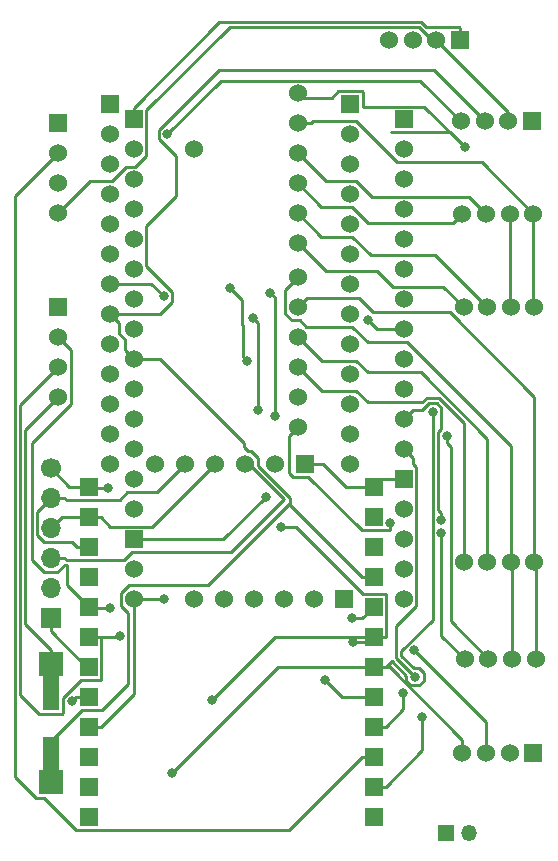
<source format=gtl>
G04 #@! TF.GenerationSoftware,KiCad,Pcbnew,(5.0.0-3-g5ebb6b6)*
G04 #@! TF.CreationDate,2018-08-17T21:51:14+02:00*
G04 #@! TF.ProjectId,beep-pcb-v1.4-in-cover,626565702D7063622D76312E342D696E,rev?*
G04 #@! TF.SameCoordinates,Original*
G04 #@! TF.FileFunction,Copper,L1,Top,Signal*
G04 #@! TF.FilePolarity,Positive*
%FSLAX46Y46*%
G04 Gerber Fmt 4.6, Leading zero omitted, Abs format (unit mm)*
G04 Created by KiCad (PCBNEW (5.0.0-3-g5ebb6b6)) date 2018 August 17, Friday 21:51:14*
%MOMM*%
%LPD*%
G01*
G04 APERTURE LIST*
G04 #@! TA.AperFunction,ComponentPad*
%ADD10R,1.524000X1.524000*%
G04 #@! TD*
G04 #@! TA.AperFunction,ComponentPad*
%ADD11C,1.524000*%
G04 #@! TD*
G04 #@! TA.AperFunction,ComponentPad*
%ADD12R,1.700000X1.700000*%
G04 #@! TD*
G04 #@! TA.AperFunction,ComponentPad*
%ADD13O,1.700000X1.700000*%
G04 #@! TD*
G04 #@! TA.AperFunction,ComponentPad*
%ADD14C,1.700000*%
G04 #@! TD*
G04 #@! TA.AperFunction,SMDPad,CuDef*
%ADD15R,1.524000X1.524000*%
G04 #@! TD*
G04 #@! TA.AperFunction,ComponentPad*
%ADD16R,1.998980X1.998980*%
G04 #@! TD*
G04 #@! TA.AperFunction,SMDPad,CuDef*
%ADD17R,1.399540X2.999740*%
G04 #@! TD*
G04 #@! TA.AperFunction,ComponentPad*
%ADD18O,1.350000X1.350000*%
G04 #@! TD*
G04 #@! TA.AperFunction,ComponentPad*
%ADD19R,1.350000X1.350000*%
G04 #@! TD*
G04 #@! TA.AperFunction,ViaPad*
%ADD20C,0.800000*%
G04 #@! TD*
G04 #@! TA.AperFunction,Conductor*
%ADD21C,0.250000*%
G04 #@! TD*
G04 APERTURE END LIST*
D10*
G04 #@! TO.P,U2,10*
G04 #@! TO.N,GND*
X79965000Y-91780000D03*
D11*
G04 #@! TO.P,U2,9*
G04 #@! TO.N,Net-(JP3-Pad1)*
X79965000Y-94320000D03*
G04 #@! TO.P,U2,8*
G04 #@! TO.N,Net-(JP4-Pad1)*
X79965000Y-96860000D03*
G04 #@! TO.P,U2,7*
G04 #@! TO.N,Net-(J2-Pad3)*
X79965000Y-99400000D03*
G04 #@! TO.P,U2,6*
G04 #@! TO.N,Net-(J4-Pad1)*
X100330000Y-101940000D03*
G04 #@! TO.P,U2,5*
G04 #@! TO.N,Net-(J4-Pad2)*
X100330000Y-99400000D03*
G04 #@! TO.P,U2,4*
G04 #@! TO.N,Net-(J7-Pad1)*
X100330000Y-96860000D03*
G04 #@! TO.P,U2,3*
G04 #@! TO.N,Net-(J7-Pad2)*
X100330000Y-94320000D03*
G04 #@! TO.P,U2,2*
G04 #@! TO.N,Net-(J4-Pad4)*
X100330000Y-91780000D03*
G04 #@! TO.P,U2,1*
G04 #@! TO.N,Net-(J4-Pad3)*
X100330000Y-89240000D03*
G04 #@! TD*
D10*
G04 #@! TO.P,U3,10*
G04 #@! TO.N,GND*
X79965000Y-76200000D03*
D11*
G04 #@! TO.P,U3,9*
G04 #@! TO.N,Net-(U1-Pad11)*
X79965000Y-78740000D03*
G04 #@! TO.P,U3,8*
G04 #@! TO.N,Net-(U1-Pad10)*
X79965000Y-81280000D03*
G04 #@! TO.P,U3,7*
G04 #@! TO.N,Net-(J2-Pad3)*
X79965000Y-83820000D03*
G04 #@! TO.P,U3,6*
G04 #@! TO.N,Net-(J6-Pad1)*
X100330000Y-86360000D03*
G04 #@! TO.P,U3,5*
G04 #@! TO.N,Net-(J6-Pad2)*
X100330000Y-83820000D03*
G04 #@! TO.P,U3,4*
G04 #@! TO.N,Net-(J3-Pad1)*
X100330000Y-81280000D03*
G04 #@! TO.P,U3,3*
G04 #@! TO.N,Net-(J3-Pad2)*
X100330000Y-78740000D03*
G04 #@! TO.P,U3,2*
G04 #@! TO.N,Net-(J3-Pad4)*
X100330000Y-76200000D03*
G04 #@! TO.P,U3,1*
G04 #@! TO.N,Net-(J3-Pad3)*
X100330000Y-73660000D03*
G04 #@! TD*
D10*
G04 #@! TO.P,J2,4*
G04 #@! TO.N,GND*
X120230000Y-129540000D03*
D11*
G04 #@! TO.P,J2,3*
G04 #@! TO.N,Net-(J2-Pad3)*
X118230000Y-129540000D03*
G04 #@! TO.P,J2,2*
G04 #@! TO.N,Net-(J2-Pad2)*
X116230000Y-129540000D03*
G04 #@! TO.P,J2,1*
G04 #@! TO.N,Net-(J2-Pad1)*
X114230000Y-129540000D03*
G04 #@! TD*
G04 #@! TO.P,J3,4*
G04 #@! TO.N,Net-(J3-Pad4)*
X120230000Y-83840000D03*
G04 #@! TO.P,J3,3*
G04 #@! TO.N,Net-(J3-Pad3)*
X118230000Y-83840000D03*
G04 #@! TO.P,J3,2*
G04 #@! TO.N,Net-(J3-Pad2)*
X116230000Y-83840000D03*
G04 #@! TO.P,J3,1*
G04 #@! TO.N,Net-(J3-Pad1)*
X114230000Y-83840000D03*
G04 #@! TD*
G04 #@! TO.P,J4,1*
G04 #@! TO.N,Net-(J4-Pad1)*
X114430000Y-121540000D03*
G04 #@! TO.P,J4,2*
G04 #@! TO.N,Net-(J4-Pad2)*
X116430000Y-121540000D03*
G04 #@! TO.P,J4,3*
G04 #@! TO.N,Net-(J4-Pad3)*
X118430000Y-121540000D03*
G04 #@! TO.P,J4,4*
G04 #@! TO.N,Net-(J4-Pad4)*
X120430000Y-121540000D03*
G04 #@! TD*
D12*
G04 #@! TO.P,J5,6*
G04 #@! TO.N,GND*
X79375000Y-118110000D03*
D13*
G04 #@! TO.P,J5,5*
G04 #@! TO.N,Net-(J5-Pad5)*
X79375000Y-115570000D03*
G04 #@! TO.P,J5,4*
G04 #@! TO.N,Net-(J5-Pad4)*
X79375000Y-113030000D03*
G04 #@! TO.P,J5,3*
G04 #@! TO.N,Net-(J5-Pad3)*
X79375000Y-110490000D03*
G04 #@! TO.P,J5,2*
G04 #@! TO.N,Net-(J5-Pad2)*
X79375000Y-107950000D03*
D14*
G04 #@! TO.P,J5,1*
G04 #@! TO.N,Net-(J5-Pad1)*
X79375000Y-105410000D03*
G04 #@! TD*
D11*
G04 #@! TO.P,J6,4*
G04 #@! TO.N,Net-(J3-Pad4)*
X120330000Y-91740000D03*
G04 #@! TO.P,J6,3*
G04 #@! TO.N,Net-(J3-Pad3)*
X118330000Y-91740000D03*
G04 #@! TO.P,J6,2*
G04 #@! TO.N,Net-(J6-Pad2)*
X116330000Y-91740000D03*
G04 #@! TO.P,J6,1*
G04 #@! TO.N,Net-(J6-Pad1)*
X114330000Y-91740000D03*
G04 #@! TD*
G04 #@! TO.P,J7,4*
G04 #@! TO.N,Net-(J4-Pad4)*
X120330000Y-113340000D03*
G04 #@! TO.P,J7,3*
G04 #@! TO.N,Net-(J4-Pad3)*
X118330000Y-113340000D03*
G04 #@! TO.P,J7,2*
G04 #@! TO.N,Net-(J7-Pad2)*
X116330000Y-113340000D03*
G04 #@! TO.P,J7,1*
G04 #@! TO.N,Net-(J7-Pad1)*
X114330000Y-113340000D03*
G04 #@! TD*
G04 #@! TO.P,J8,1*
G04 #@! TO.N,Net-(J8-Pad1)*
X108030000Y-69140000D03*
G04 #@! TO.P,J8,2*
G04 #@! TO.N,Net-(J8-Pad2)*
X110030000Y-69140000D03*
G04 #@! TO.P,J8,3*
G04 #@! TO.N,Net-(J2-Pad3)*
X112030000Y-69140000D03*
D10*
G04 #@! TO.P,J8,4*
G04 #@! TO.N,GND*
X114030000Y-69140000D03*
G04 #@! TD*
G04 #@! TO.P,J9,4*
G04 #@! TO.N,GND*
X120130000Y-76040000D03*
D11*
G04 #@! TO.P,J9,3*
G04 #@! TO.N,Net-(J2-Pad3)*
X118130000Y-76040000D03*
G04 #@! TO.P,J9,2*
G04 #@! TO.N,Net-(J9-Pad2)*
X116130000Y-76040000D03*
G04 #@! TO.P,J9,1*
G04 #@! TO.N,Net-(J9-Pad1)*
X114130000Y-76040000D03*
G04 #@! TD*
G04 #@! TO.P,U1,1*
G04 #@! TO.N,GND*
X84420000Y-105015000D03*
G04 #@! TO.P,U1,2*
G04 #@! TO.N,Net-(JP7-Pad3)*
X84420000Y-102475000D03*
G04 #@! TO.P,U1,3*
G04 #@! TO.N,Net-(JP7-Pad1)*
X84420000Y-99935000D03*
G04 #@! TO.P,U1,4*
G04 #@! TO.N,Net-(U1-Pad4)*
X84420000Y-97395000D03*
G04 #@! TO.P,U1,5*
G04 #@! TO.N,Net-(U1-Pad5)*
X84420000Y-94855000D03*
G04 #@! TO.P,U1,6*
G04 #@! TO.N,Net-(J9-Pad2)*
X84420000Y-92315000D03*
G04 #@! TO.P,U1,7*
G04 #@! TO.N,+VDC*
X84420000Y-89775000D03*
G04 #@! TO.P,U1,8*
G04 #@! TO.N,Net-(J2-Pad2)*
X84420000Y-87235000D03*
G04 #@! TO.P,U1,9*
G04 #@! TO.N,Net-(J2-Pad1)*
X84420000Y-84695000D03*
G04 #@! TO.P,U1,10*
G04 #@! TO.N,Net-(U1-Pad10)*
X84420000Y-82155000D03*
G04 #@! TO.P,U1,11*
G04 #@! TO.N,Net-(U1-Pad11)*
X84420000Y-79615000D03*
G04 #@! TO.P,U1,12*
G04 #@! TO.N,Net-(J9-Pad1)*
X84420000Y-77075000D03*
D10*
G04 #@! TO.P,U1,13*
G04 #@! TO.N,Net-(JP1-Pad1)*
X84420000Y-74535000D03*
D11*
G04 #@! TO.P,U1,14*
G04 #@! TO.N,Net-(U1-Pad14)*
X104740000Y-105015000D03*
G04 #@! TO.P,U1,15*
G04 #@! TO.N,Net-(U1-Pad15)*
X104740000Y-102475000D03*
G04 #@! TO.P,U1,16*
G04 #@! TO.N,Net-(U1-Pad16)*
X104740000Y-99935000D03*
G04 #@! TO.P,U1,17*
G04 #@! TO.N,Net-(U1-Pad17)*
X104740000Y-97395000D03*
G04 #@! TO.P,U1,18*
G04 #@! TO.N,Net-(U1-Pad18)*
X104740000Y-94855000D03*
G04 #@! TO.P,U1,19*
G04 #@! TO.N,Net-(J8-Pad1)*
X104740000Y-92315000D03*
G04 #@! TO.P,U1,20*
G04 #@! TO.N,Net-(U1-Pad20)*
X104740000Y-89775000D03*
G04 #@! TO.P,U1,21*
G04 #@! TO.N,Net-(U1-Pad21)*
X104740000Y-87235000D03*
G04 #@! TO.P,U1,22*
G04 #@! TO.N,Net-(U1-Pad22)*
X104740000Y-84695000D03*
G04 #@! TO.P,U1,23*
G04 #@! TO.N,Net-(U1-Pad23)*
X104740000Y-82155000D03*
G04 #@! TO.P,U1,24*
G04 #@! TO.N,Net-(U1-Pad24)*
X104740000Y-79615000D03*
G04 #@! TO.P,U1,25*
G04 #@! TO.N,Net-(U1-Pad25)*
X104740000Y-77075000D03*
D10*
G04 #@! TO.P,U1,26*
G04 #@! TO.N,Net-(U1-Pad26)*
X104740000Y-74535000D03*
G04 #@! TO.P,U1,27*
G04 #@! TO.N,GND*
X100930000Y-105015000D03*
D11*
G04 #@! TO.P,U1,28*
G04 #@! TO.N,Net-(U1-Pad28)*
X98390000Y-105015000D03*
G04 #@! TO.P,U1,29*
G04 #@! TO.N,Net-(J5-Pad4)*
X95850000Y-105015000D03*
G04 #@! TO.P,U1,30*
G04 #@! TO.N,Net-(J5-Pad3)*
X93310000Y-105015000D03*
G04 #@! TO.P,U1,31*
G04 #@! TO.N,Net-(J5-Pad2)*
X90770000Y-105015000D03*
G04 #@! TO.P,U1,32*
G04 #@! TO.N,Net-(J5-Pad1)*
X88230000Y-105015000D03*
G04 #@! TD*
D10*
G04 #@! TO.P,U4,1*
G04 #@! TO.N,GND*
X86390000Y-75870000D03*
D11*
G04 #@! TO.P,U4,2*
G04 #@! TO.N,Net-(U4-Pad2)*
X86390000Y-78410000D03*
G04 #@! TO.P,U4,3*
G04 #@! TO.N,Net-(U4-Pad3)*
X86390000Y-80950000D03*
G04 #@! TO.P,U4,4*
G04 #@! TO.N,Net-(U1-Pad11)*
X86390000Y-83490000D03*
G04 #@! TO.P,U4,5*
G04 #@! TO.N,Net-(J8-Pad1)*
X86390000Y-86030000D03*
G04 #@! TO.P,U4,6*
G04 #@! TO.N,Net-(U1-Pad10)*
X86390000Y-88570000D03*
G04 #@! TO.P,U4,7*
G04 #@! TO.N,Net-(U4-Pad7)*
X86390000Y-91110000D03*
G04 #@! TO.P,U4,8*
G04 #@! TO.N,Net-(U4-Pad8)*
X86390000Y-93650000D03*
G04 #@! TO.P,U4,9*
G04 #@! TO.N,Net-(J9-Pad2)*
X86390000Y-96190000D03*
G04 #@! TO.P,U4,10*
G04 #@! TO.N,Net-(U4-Pad10)*
X86390000Y-98730000D03*
G04 #@! TO.P,U4,11*
G04 #@! TO.N,Net-(U4-Pad11)*
X86390000Y-101270000D03*
G04 #@! TO.P,U4,12*
G04 #@! TO.N,Net-(U4-Pad12)*
X86390000Y-103810000D03*
G04 #@! TO.P,U4,13*
G04 #@! TO.N,Net-(U4-Pad13)*
X86390000Y-106350000D03*
G04 #@! TO.P,U4,14*
G04 #@! TO.N,Net-(U4-Pad14)*
X86390000Y-108890000D03*
D10*
G04 #@! TO.P,U4,15*
G04 #@! TO.N,GND*
X86390000Y-111430000D03*
D11*
G04 #@! TO.P,U4,16*
G04 #@! TO.N,Net-(U4-Pad16)*
X86390000Y-113970000D03*
G04 #@! TO.P,U4,17*
G04 #@! TO.N,+VDC*
X86390000Y-116510000D03*
G04 #@! TO.P,U4,22*
G04 #@! TO.N,Net-(J5-Pad1)*
X91470000Y-116510000D03*
G04 #@! TO.P,U4,23*
G04 #@! TO.N,Net-(J5-Pad2)*
X94010000Y-116510000D03*
G04 #@! TO.P,U4,24*
G04 #@! TO.N,Net-(J5-Pad3)*
X96550000Y-116510000D03*
G04 #@! TO.P,U4,25*
G04 #@! TO.N,Net-(J5-Pad4)*
X99090000Y-116510000D03*
G04 #@! TO.P,U4,26*
G04 #@! TO.N,Net-(U4-Pad26)*
X101630000Y-116510000D03*
D10*
G04 #@! TO.P,U4,27*
G04 #@! TO.N,GND*
X104170000Y-116510000D03*
D11*
G04 #@! TO.P,U4,29*
G04 #@! TO.N,+3V3*
X109250000Y-116510000D03*
G04 #@! TO.P,U4,30*
X109250000Y-113970000D03*
G04 #@! TO.P,U4,31*
X109250000Y-111430000D03*
G04 #@! TO.P,U4,32*
X109250000Y-108890000D03*
D10*
G04 #@! TO.P,U4,33*
G04 #@! TO.N,GND*
X109250000Y-106350000D03*
D11*
G04 #@! TO.P,U4,34*
G04 #@! TO.N,Net-(JP1-Pad1)*
X109250000Y-103810000D03*
G04 #@! TO.P,U4,35*
G04 #@! TO.N,Net-(J9-Pad1)*
X109250000Y-101270000D03*
G04 #@! TO.P,U4,36*
G04 #@! TO.N,Net-(U4-Pad36)*
X109250000Y-98730000D03*
G04 #@! TO.P,U4,37*
G04 #@! TO.N,Net-(U4-Pad37)*
X109250000Y-96190000D03*
G04 #@! TO.P,U4,38*
G04 #@! TO.N,Net-(J2-Pad1)*
X109250000Y-93650000D03*
G04 #@! TO.P,U4,39*
G04 #@! TO.N,Net-(J2-Pad2)*
X109250000Y-91110000D03*
G04 #@! TO.P,U4,40*
G04 #@! TO.N,+VDC*
X109250000Y-88570000D03*
G04 #@! TO.P,U4,41*
G04 #@! TO.N,Net-(U4-Pad41)*
X109250000Y-86030000D03*
G04 #@! TO.P,U4,42*
G04 #@! TO.N,Net-(U4-Pad42)*
X109250000Y-83490000D03*
G04 #@! TO.P,U4,43*
G04 #@! TO.N,Net-(U4-Pad43)*
X109250000Y-80950000D03*
G04 #@! TO.P,U4,44*
G04 #@! TO.N,Net-(U4-Pad44)*
X109250000Y-78410000D03*
D10*
G04 #@! TO.P,U4,45*
G04 #@! TO.N,GND*
X109250000Y-75870000D03*
D11*
G04 #@! TO.P,U4,46*
G04 #@! TO.N,Net-(U4-Pad46)*
X91470000Y-78410000D03*
G04 #@! TD*
D15*
G04 #@! TO.P,U5,1*
G04 #@! TO.N,Net-(J5-Pad1)*
X82580000Y-106985000D03*
G04 #@! TO.P,U5,2*
G04 #@! TO.N,Net-(J5-Pad3)*
X82580000Y-109525000D03*
G04 #@! TO.P,U5,3*
G04 #@! TO.N,Net-(J5-Pad2)*
X82580000Y-112065000D03*
G04 #@! TO.P,U5,4*
G04 #@! TO.N,Net-(U5-Pad4)*
X82580000Y-114605000D03*
G04 #@! TO.P,U5,5*
G04 #@! TO.N,Net-(JP3-Pad1)*
X82580000Y-117145000D03*
G04 #@! TO.P,U5,6*
G04 #@! TO.N,Net-(JP4-Pad1)*
X82580000Y-119685000D03*
G04 #@! TO.P,U5,7*
G04 #@! TO.N,GND*
X82580000Y-122225000D03*
G04 #@! TO.P,U5,8*
G04 #@! TO.N,Net-(J8-Pad2)*
X82580000Y-124765000D03*
G04 #@! TO.P,U5,9*
G04 #@! TO.N,+VDC*
X82580000Y-127305000D03*
G04 #@! TO.P,U5,10*
G04 #@! TO.N,Net-(U5-Pad10)*
X82580000Y-129845000D03*
G04 #@! TO.P,U5,11*
G04 #@! TO.N,Net-(U5-Pad11)*
X82580000Y-132385000D03*
G04 #@! TO.P,U5,12*
G04 #@! TO.N,Net-(U5-Pad12)*
X82580000Y-134925000D03*
G04 #@! TO.P,U5,13*
G04 #@! TO.N,Net-(U5-Pad13)*
X106710000Y-134925000D03*
G04 #@! TO.P,U5,14*
G04 #@! TO.N,Net-(JP1-Pad1)*
X106710000Y-132385000D03*
G04 #@! TO.P,U5,16*
G04 #@! TO.N,Net-(U1-Pad11)*
X106710000Y-129845000D03*
G04 #@! TO.P,U5,15*
G04 #@! TO.N,Net-(J9-Pad1)*
X106710000Y-127305000D03*
G04 #@! TO.P,U5,17*
G04 #@! TO.N,Net-(U1-Pad10)*
X106710000Y-124765000D03*
G04 #@! TO.P,U5,18*
G04 #@! TO.N,Net-(J2-Pad1)*
X106710000Y-122225000D03*
G04 #@! TO.P,U5,19*
G04 #@! TO.N,Net-(J2-Pad2)*
X106710000Y-119685000D03*
G04 #@! TO.P,U5,20*
G04 #@! TO.N,+VDC*
X106710000Y-117145000D03*
G04 #@! TO.P,U5,21*
G04 #@! TO.N,Net-(J9-Pad2)*
X106710000Y-114605000D03*
G04 #@! TO.P,U5,22*
G04 #@! TO.N,Net-(U5-Pad22)*
X106710000Y-112065000D03*
G04 #@! TO.P,U5,23*
G04 #@! TO.N,Net-(U5-Pad23)*
X106710000Y-109525000D03*
G04 #@! TO.P,U5,24*
G04 #@! TO.N,GND*
X106710000Y-106985000D03*
G04 #@! TD*
D16*
G04 #@! TO.P,R1,2*
G04 #@! TO.N,Net-(J9-Pad2)*
X79375000Y-132001260D03*
G04 #@! TO.P,R1,1*
G04 #@! TO.N,Net-(J2-Pad3)*
X79375000Y-121998740D03*
D17*
G04 #@! TO.P,R1,2*
G04 #@! TO.N,Net-(J9-Pad2)*
X79375000Y-129600960D03*
G04 #@! TO.P,R1,1*
G04 #@! TO.N,Net-(J2-Pad3)*
X79375000Y-124399040D03*
G04 #@! TD*
D18*
G04 #@! TO.P,J1,2*
G04 #@! TO.N,+BATT*
X114830000Y-136240000D03*
D19*
G04 #@! TO.P,J1,1*
G04 #@! TO.N,GND*
X112830000Y-136240000D03*
G04 #@! TD*
D20*
G04 #@! TO.N,Net-(J2-Pad1)*
X89630000Y-131240000D03*
X111730000Y-100640000D03*
X106213116Y-92858744D03*
G04 #@! TO.N,Net-(J3-Pad3)*
X114430000Y-78240000D03*
G04 #@! TO.N,Net-(J4-Pad2)*
X112905021Y-102678866D03*
G04 #@! TO.N,Net-(J4-Pad1)*
X108072002Y-110040000D03*
X112455012Y-110840000D03*
G04 #@! TO.N,Net-(J5-Pad1)*
X84230000Y-107040000D03*
G04 #@! TO.N,Net-(U1-Pad10)*
X102630000Y-123340000D03*
X96942660Y-100427340D03*
X96493006Y-92639980D03*
G04 #@! TO.N,GND*
X97573510Y-107808829D03*
G04 #@! TO.N,Net-(J2-Pad2)*
X93030000Y-125040000D03*
X104930000Y-120140000D03*
X110156169Y-120816151D03*
X98830000Y-110340000D03*
X96030000Y-96340000D03*
X94584174Y-90140000D03*
G04 #@! TO.N,Net-(J9-Pad1)*
X109230000Y-124440000D03*
X89230000Y-77140000D03*
X112455010Y-109740000D03*
G04 #@! TO.N,Net-(JP1-Pad1)*
X110830000Y-126440000D03*
X110217340Y-123052660D03*
X97930000Y-90540000D03*
X98330000Y-100940000D03*
G04 #@! TO.N,Net-(J8-Pad2)*
X81180841Y-125080476D03*
G04 #@! TO.N,Net-(JP3-Pad1)*
X84430000Y-117240000D03*
G04 #@! TO.N,Net-(JP4-Pad1)*
X85214979Y-119640000D03*
G04 #@! TO.N,+VDC*
X88930000Y-90840000D03*
X104897989Y-118108173D03*
X88930000Y-116440000D03*
G04 #@! TD*
D21*
G04 #@! TO.N,Net-(J2-Pad1)*
X106710000Y-122225000D02*
X98645000Y-122225000D01*
X98645000Y-122225000D02*
X89630000Y-131240000D01*
X108088004Y-122225000D02*
X114230000Y-128366996D01*
X114230000Y-128366996D02*
X114230000Y-129540000D01*
X107722000Y-122225000D02*
X108088004Y-122225000D01*
X111730000Y-118217000D02*
X111730000Y-100640000D01*
X110128749Y-122327659D02*
X109063020Y-121261930D01*
X110942341Y-122704659D02*
X110565341Y-122327659D01*
X110565341Y-123777661D02*
X110942341Y-123400661D01*
X109869339Y-123777661D02*
X110565341Y-123777661D01*
X109492339Y-123400661D02*
X109869339Y-123777661D01*
X107722000Y-122225000D02*
X108237635Y-121709365D01*
X106710000Y-122225000D02*
X107722000Y-122225000D01*
X109063020Y-120883980D02*
X111730000Y-118217000D01*
X109063020Y-121261930D02*
X109063020Y-120883980D01*
X110565341Y-122327659D02*
X110128749Y-122327659D01*
X108237635Y-121709365D02*
X109492339Y-122964069D01*
X109492339Y-122964069D02*
X109492339Y-123400661D01*
X110942341Y-123400661D02*
X110942341Y-122704659D01*
X107004372Y-93650000D02*
X106213116Y-92858744D01*
X109250000Y-93650000D02*
X107004372Y-93650000D01*
G04 #@! TO.N,Net-(J3-Pad4)*
X120230000Y-91640000D02*
X120330000Y-91740000D01*
X120230000Y-83840000D02*
X120230000Y-91640000D01*
X101407630Y-76200000D02*
X100330000Y-76200000D01*
X115887001Y-79497001D02*
X108728239Y-79497001D01*
X101619631Y-75987999D02*
X101407630Y-76200000D01*
X105219237Y-75987999D02*
X101619631Y-75987999D01*
X108728239Y-79497001D02*
X105219237Y-75987999D01*
X120230000Y-83840000D02*
X115887001Y-79497001D01*
G04 #@! TO.N,Net-(J3-Pad3)*
X118230000Y-91640000D02*
X118330000Y-91740000D01*
X118230000Y-83840000D02*
X118230000Y-91640000D01*
X113147001Y-76957001D02*
X108227999Y-76957001D01*
X108227999Y-76957001D02*
X108162999Y-76892001D01*
X114430000Y-78240000D02*
X113147001Y-76957001D01*
X105762001Y-73447999D02*
X103717999Y-73447999D01*
X105827001Y-74782999D02*
X105827001Y-73512999D01*
X110972999Y-74782999D02*
X105827001Y-74782999D01*
X100683010Y-74013010D02*
X100330000Y-73660000D01*
X103152988Y-74013010D02*
X100683010Y-74013010D01*
X103717999Y-73447999D02*
X103152988Y-74013010D01*
X114430000Y-78240000D02*
X110972999Y-74782999D01*
X105827001Y-73512999D02*
X105762001Y-73447999D01*
G04 #@! TO.N,Net-(J3-Pad2)*
X102657999Y-81067999D02*
X100330000Y-78740000D01*
X105261761Y-81067999D02*
X102657999Y-81067999D01*
X106596761Y-82402999D02*
X105261761Y-81067999D01*
X114792999Y-82402999D02*
X106596761Y-82402999D01*
X116230000Y-83840000D02*
X114792999Y-82402999D01*
G04 #@! TO.N,Net-(J3-Pad1)*
X102292001Y-83242001D02*
X100330000Y-81280000D01*
X104895763Y-83242001D02*
X102292001Y-83242001D01*
X106255761Y-84601999D02*
X104895763Y-83242001D01*
X113468001Y-84601999D02*
X106255761Y-84601999D01*
X114230000Y-83840000D02*
X113468001Y-84601999D01*
G04 #@! TO.N,Net-(J4-Pad4)*
X120430000Y-113440000D02*
X120330000Y-113340000D01*
X120430000Y-121540000D02*
X120430000Y-113440000D01*
X120330000Y-99348762D02*
X113178239Y-92197001D01*
X101091999Y-91018001D02*
X100330000Y-91780000D01*
X106624375Y-92197001D02*
X105445375Y-91018001D01*
X113178239Y-92197001D02*
X106624375Y-92197001D01*
X120330000Y-113340000D02*
X120330000Y-99348762D01*
X105445375Y-91018001D02*
X101091999Y-91018001D01*
G04 #@! TO.N,Net-(J4-Pad3)*
X118430000Y-113440000D02*
X118330000Y-113340000D01*
X118430000Y-121540000D02*
X118430000Y-113440000D01*
X99242999Y-90327001D02*
X100330000Y-89240000D01*
X106230763Y-94737001D02*
X104895763Y-93402001D01*
X100457001Y-92867001D02*
X99808239Y-92867001D01*
X104895763Y-93402001D02*
X100992001Y-93402001D01*
X118330000Y-113340000D02*
X118330000Y-103540000D01*
X100992001Y-93402001D02*
X100457001Y-92867001D01*
X99242999Y-92301761D02*
X99242999Y-90327001D01*
X99808239Y-92867001D02*
X99242999Y-92301761D01*
X109527001Y-94737001D02*
X106230763Y-94737001D01*
X118330000Y-103540000D02*
X109527001Y-94737001D01*
G04 #@! TO.N,Net-(J4-Pad2)*
X112905021Y-103244551D02*
X112905021Y-102678866D01*
X113242999Y-103582529D02*
X112905021Y-103244551D01*
X113242999Y-118352999D02*
X113242999Y-103582529D01*
X116430000Y-121540000D02*
X113242999Y-118352999D01*
G04 #@! TO.N,Net-(J4-Pad1)*
X112455012Y-119565012D02*
X112455012Y-110840000D01*
X114430000Y-121540000D02*
X112455012Y-119565012D01*
X108072002Y-110040000D02*
X108072002Y-110605685D01*
X108072002Y-110605685D02*
X108065686Y-110612001D01*
X108065686Y-110612001D02*
X105687999Y-110612001D01*
X99907999Y-106102001D02*
X99568001Y-105762003D01*
X105687999Y-110612001D02*
X101177999Y-106102001D01*
X101177999Y-106102001D02*
X99907999Y-106102001D01*
X99568001Y-105762003D02*
X99568001Y-102701999D01*
X99568001Y-102701999D02*
X100330000Y-101940000D01*
G04 #@! TO.N,Net-(J5-Pad1)*
X82635000Y-107040000D02*
X82580000Y-106985000D01*
X84230000Y-107040000D02*
X82635000Y-107040000D01*
X80950000Y-106985000D02*
X82580000Y-106985000D01*
X79375000Y-105410000D02*
X80950000Y-106985000D01*
G04 #@! TO.N,Net-(J5-Pad2)*
X88347999Y-107437001D02*
X90770000Y-105015000D01*
X85868239Y-107437001D02*
X88347999Y-107437001D01*
X85233239Y-108072001D02*
X85868239Y-107437001D01*
X80699082Y-108072001D02*
X85233239Y-108072001D01*
X80577081Y-107950000D02*
X80699082Y-108072001D01*
X79375000Y-107950000D02*
X80577081Y-107950000D01*
X81168001Y-111665001D02*
X81568000Y-112065000D01*
X78810999Y-111665001D02*
X81168001Y-111665001D01*
X81568000Y-112065000D02*
X82580000Y-112065000D01*
X78199999Y-111054001D02*
X78810999Y-111665001D01*
X78199999Y-109125001D02*
X78199999Y-111054001D01*
X79375000Y-107950000D02*
X78199999Y-109125001D01*
G04 #@! TO.N,Net-(J6-Pad1)*
X114330000Y-91740000D02*
X112612999Y-90022999D01*
X106985003Y-88687999D02*
X102657999Y-88687999D01*
X102657999Y-88687999D02*
X100330000Y-86360000D01*
X108320003Y-90022999D02*
X106985003Y-88687999D01*
X112612999Y-90022999D02*
X108320003Y-90022999D01*
G04 #@! TO.N,Net-(J6-Pad2)*
X102292001Y-85782001D02*
X100330000Y-83820000D01*
X104895763Y-85782001D02*
X102292001Y-85782001D01*
X106453762Y-87340000D02*
X104895763Y-85782001D01*
X111930000Y-87340000D02*
X106453762Y-87340000D01*
X116330000Y-91740000D02*
X111930000Y-87340000D01*
G04 #@! TO.N,Net-(J7-Pad1)*
X114330000Y-113340000D02*
X114330000Y-101530585D01*
X102317999Y-98847999D02*
X100330000Y-96860000D01*
X105261761Y-98847999D02*
X102317999Y-98847999D01*
X106230763Y-99817001D02*
X105261761Y-98847999D01*
X111195598Y-99464987D02*
X110843585Y-99817001D01*
X114330000Y-101530585D02*
X112264402Y-99464987D01*
X112264402Y-99464987D02*
X111195598Y-99464987D01*
X110843585Y-99817001D02*
X106230763Y-99817001D01*
G04 #@! TO.N,Net-(J7-Pad2)*
X105261761Y-96307999D02*
X102317999Y-96307999D01*
X110712827Y-97277001D02*
X106230763Y-97277001D01*
X106230763Y-97277001D02*
X105261761Y-96307999D01*
X116330000Y-102894174D02*
X110712827Y-97277001D01*
X116330000Y-113340000D02*
X116330000Y-102894174D01*
X102317999Y-96307999D02*
X100330000Y-94320000D01*
G04 #@! TO.N,Net-(J9-Pad2)*
X106710000Y-114605000D02*
X105698000Y-114605000D01*
X85628001Y-95428001D02*
X86390000Y-96190000D01*
X85628001Y-94454239D02*
X85628001Y-95428001D01*
X85181999Y-94008237D02*
X85628001Y-94454239D01*
X85181999Y-93076999D02*
X85181999Y-94008237D01*
X84420000Y-92315000D02*
X85181999Y-93076999D01*
X105698000Y-114605000D02*
X99530000Y-108437000D01*
X116130000Y-76040000D02*
X111804998Y-71714998D01*
X88628004Y-92315000D02*
X84420000Y-92315000D01*
X93581998Y-71714998D02*
X88504998Y-76791998D01*
X90004998Y-82376240D02*
X87477001Y-84904237D01*
X88504998Y-76791998D02*
X88504998Y-77488002D01*
X88504998Y-77488002D02*
X90004998Y-78988002D01*
X90004998Y-78988002D02*
X90004998Y-82376240D01*
X87477001Y-88313997D02*
X89655002Y-90491998D01*
X111804998Y-71714998D02*
X93581998Y-71714998D01*
X89655002Y-91288002D02*
X88628004Y-92315000D01*
X87477001Y-84904237D02*
X87477001Y-88313997D01*
X89655002Y-90491998D02*
X89655002Y-91288002D01*
X99667673Y-107901435D02*
X96937001Y-105170763D01*
X96044997Y-103927999D02*
X95704999Y-103588001D01*
X88633762Y-96190000D02*
X86390000Y-96190000D01*
X99530000Y-108437000D02*
X99667673Y-108299327D01*
X99667673Y-108299327D02*
X99667673Y-107901435D01*
X96937001Y-104493239D02*
X96371761Y-103927999D01*
X96937001Y-105170763D02*
X96937001Y-104493239D01*
X96371761Y-103927999D02*
X96044997Y-103927999D01*
X95704999Y-103588001D02*
X95704999Y-103261237D01*
X95704999Y-103261237D02*
X88633762Y-96190000D01*
X79375000Y-128495000D02*
X82017999Y-125852001D01*
X85939989Y-117668751D02*
X85302999Y-117031761D01*
X83736761Y-125852001D02*
X85939989Y-123648773D01*
X82017999Y-125852001D02*
X83736761Y-125852001D01*
X85976239Y-115314999D02*
X92652001Y-115314999D01*
X85302999Y-117031761D02*
X85302999Y-115988239D01*
X85939989Y-123648773D02*
X85939989Y-117668751D01*
X79375000Y-132001260D02*
X79375000Y-128495000D01*
X92652001Y-115314999D02*
X99530000Y-108437000D01*
X85302999Y-115988239D02*
X85976239Y-115314999D01*
G04 #@! TO.N,Net-(U1-Pad10)*
X104055000Y-124765000D02*
X106710000Y-124765000D01*
X102630000Y-123340000D02*
X104055000Y-124765000D01*
X96942660Y-93089634D02*
X96493006Y-92639980D01*
X96942660Y-100427340D02*
X96942660Y-93089634D01*
G04 #@! TO.N,Net-(U1-Pad11)*
X78115509Y-133325751D02*
X76329981Y-131540223D01*
X78815751Y-133325751D02*
X78115509Y-133325751D01*
X105698000Y-129845000D02*
X99530999Y-136012001D01*
X81502001Y-136012001D02*
X78815751Y-133325751D01*
X106710000Y-129845000D02*
X105698000Y-129845000D01*
X99530999Y-136012001D02*
X81502001Y-136012001D01*
X76329981Y-82375019D02*
X79965000Y-78740000D01*
X76329981Y-131540223D02*
X76329981Y-82375019D01*
G04 #@! TO.N,GND*
X79375000Y-119210000D02*
X79375000Y-118110000D01*
X82390000Y-122225000D02*
X79375000Y-119210000D01*
X82580000Y-122225000D02*
X82390000Y-122225000D01*
X114030000Y-69140000D02*
X114030000Y-68128000D01*
X114030000Y-68128000D02*
X113954999Y-68052999D01*
X111188171Y-68052999D02*
X110738161Y-67602988D01*
X113954999Y-68052999D02*
X111188171Y-68052999D01*
X110738161Y-67602988D02*
X93645012Y-67602988D01*
X93645012Y-67602988D02*
X86390000Y-74858000D01*
X86390000Y-74858000D02*
X86390000Y-75870000D01*
X107345000Y-106350000D02*
X106710000Y-106985000D01*
X109250000Y-106350000D02*
X107345000Y-106350000D01*
X93952339Y-111430000D02*
X97573510Y-107808829D01*
X86390000Y-111430000D02*
X93952339Y-111430000D01*
X106710000Y-106985000D02*
X104375000Y-106985000D01*
X102405000Y-105015000D02*
X100930000Y-105015000D01*
X104375000Y-106985000D02*
X102405000Y-105015000D01*
G04 #@! TO.N,Net-(J5-Pad3)*
X80340000Y-109525000D02*
X82580000Y-109525000D01*
X79375000Y-110490000D02*
X80340000Y-109525000D01*
X84409999Y-110342999D02*
X87982001Y-110342999D01*
X87982001Y-110342999D02*
X93310000Y-105015000D01*
X83592000Y-109525000D02*
X84409999Y-110342999D01*
X82580000Y-109525000D02*
X83592000Y-109525000D01*
G04 #@! TO.N,Net-(J5-Pad4)*
X79375000Y-113030000D02*
X80577081Y-113030000D01*
X99155169Y-108025342D02*
X96144827Y-105015000D01*
X94663510Y-112517001D02*
X99155169Y-108025342D01*
X85599237Y-113152001D02*
X86234237Y-112517001D01*
X80699082Y-113152001D02*
X85599237Y-113152001D01*
X86234237Y-112517001D02*
X94663510Y-112517001D01*
X96144827Y-105015000D02*
X95850000Y-105015000D01*
X80577081Y-113030000D02*
X80699082Y-113152001D01*
G04 #@! TO.N,Net-(J2-Pad3)*
X118130000Y-75240000D02*
X118130000Y-76040000D01*
X112030000Y-69140000D02*
X118130000Y-75240000D01*
X79375000Y-120749250D02*
X77230000Y-118604250D01*
X79375000Y-121998740D02*
X79375000Y-120749250D01*
X77230000Y-102135000D02*
X79965000Y-99400000D01*
X77230000Y-118604250D02*
X77230000Y-102135000D01*
X110551761Y-68052999D02*
X94517001Y-68052999D01*
X111638762Y-69140000D02*
X110551761Y-68052999D01*
X112030000Y-69140000D02*
X111638762Y-69140000D01*
X82717001Y-81067999D02*
X79965000Y-83820000D01*
X84575763Y-81067999D02*
X82717001Y-81067999D01*
X85780763Y-79862999D02*
X84575763Y-81067999D01*
X86545763Y-79862999D02*
X85780763Y-79862999D01*
X87477001Y-78931761D02*
X86545763Y-79862999D01*
X87477001Y-75092999D02*
X87477001Y-78931761D01*
X94517001Y-68052999D02*
X87477001Y-75092999D01*
X79375000Y-121998740D02*
X79375000Y-124399040D01*
G04 #@! TO.N,Net-(J2-Pad2)*
X98385000Y-119685000D02*
X106710000Y-119685000D01*
X93030000Y-125040000D02*
X98385000Y-119685000D01*
X106255000Y-120140000D02*
X106710000Y-119685000D01*
X104930000Y-120140000D02*
X106255000Y-120140000D01*
X116230000Y-126889982D02*
X110156169Y-120816151D01*
X116230000Y-129540000D02*
X116230000Y-126889982D01*
X105827001Y-116057999D02*
X100109002Y-110340000D01*
X107732001Y-116057999D02*
X105827001Y-116057999D01*
X107797001Y-116122999D02*
X107732001Y-116057999D01*
X107797001Y-119609999D02*
X107797001Y-116122999D01*
X107722000Y-119685000D02*
X107797001Y-119609999D01*
X106710000Y-119685000D02*
X107722000Y-119685000D01*
X100109002Y-110340000D02*
X98830000Y-110340000D01*
X95578913Y-91134739D02*
X94584174Y-90140000D01*
X95630001Y-93284148D02*
X95578913Y-93233060D01*
X95630001Y-95940001D02*
X95630001Y-93284148D01*
X95578913Y-93233060D02*
X95578913Y-91134739D01*
X96030000Y-96340000D02*
X95630001Y-95940001D01*
G04 #@! TO.N,Net-(J9-Pad1)*
X109230000Y-125797000D02*
X109230000Y-124440000D01*
X107722000Y-127305000D02*
X109230000Y-125797000D01*
X106710000Y-127305000D02*
X107722000Y-127305000D01*
X110662999Y-72572999D02*
X93797001Y-72572999D01*
X93797001Y-72572999D02*
X89230000Y-77140000D01*
X114130000Y-76040000D02*
X110662999Y-72572999D01*
X110788995Y-100508001D02*
X111381998Y-99914998D01*
X112180011Y-102362993D02*
X112180011Y-108899316D01*
X109250000Y-101270000D02*
X110011999Y-100508001D01*
X112180011Y-108899316D02*
X112455010Y-109174315D01*
X112455002Y-100291998D02*
X112455002Y-102088002D01*
X111381998Y-99914998D02*
X112078002Y-99914998D01*
X110011999Y-100508001D02*
X110788995Y-100508001D01*
X112078002Y-99914998D02*
X112455002Y-100291998D01*
X112455002Y-102088002D02*
X112180011Y-102362993D01*
X112455010Y-109174315D02*
X112455010Y-109740000D01*
G04 #@! TO.N,Net-(JP1-Pad1)*
X110830000Y-129277000D02*
X110830000Y-126440000D01*
X107722000Y-132385000D02*
X110830000Y-129277000D01*
X106710000Y-132385000D02*
X107722000Y-132385000D01*
X97930000Y-90540000D02*
X98330000Y-90940000D01*
X98330000Y-90940000D02*
X98330000Y-100940000D01*
X110279989Y-114548773D02*
X110279989Y-115931227D01*
X110279989Y-115931227D02*
X110337001Y-115988239D01*
X110337001Y-113448239D02*
X110337001Y-114491761D01*
X110337001Y-117031761D02*
X108613009Y-118755753D01*
X108613009Y-121448329D02*
X110217340Y-123052660D01*
X110337001Y-111951761D02*
X110279989Y-112008773D01*
X108613009Y-118755753D02*
X108613009Y-121448329D01*
X110279989Y-110851227D02*
X110337001Y-110908239D01*
X110337001Y-114491761D02*
X110279989Y-114548773D01*
X110337001Y-110908239D02*
X110337001Y-111951761D01*
X110337001Y-115988239D02*
X110337001Y-117031761D01*
X110011999Y-105002997D02*
X110337001Y-105327999D01*
X110011999Y-104571999D02*
X110011999Y-105002997D01*
X109250000Y-103810000D02*
X110011999Y-104571999D01*
X110279989Y-112008773D02*
X110279989Y-113391227D01*
X110279989Y-107429013D02*
X110279989Y-108311227D01*
X110337001Y-107372001D02*
X110279989Y-107429013D01*
X110279989Y-109468773D02*
X110279989Y-110851227D01*
X110279989Y-108311227D02*
X110337001Y-108368239D01*
X110337001Y-108368239D02*
X110337001Y-109411761D01*
X110337001Y-109411761D02*
X110279989Y-109468773D01*
X110337001Y-105327999D02*
X110337001Y-107372001D01*
X110279989Y-113391227D02*
X110337001Y-113448239D01*
G04 #@! TO.N,Net-(J8-Pad2)*
X82580000Y-124765000D02*
X81496317Y-124765000D01*
X81496317Y-124765000D02*
X81180841Y-125080476D01*
G04 #@! TO.N,Net-(JP3-Pad1)*
X82675000Y-117240000D02*
X82580000Y-117145000D01*
X84430000Y-117240000D02*
X82675000Y-117240000D01*
X80726999Y-115291999D02*
X82580000Y-117145000D01*
X80726999Y-113602011D02*
X80726999Y-115291999D01*
X80541991Y-113602011D02*
X80726999Y-113602011D01*
X77749991Y-113143993D02*
X78810999Y-114205001D01*
X77749987Y-103223776D02*
X77749991Y-113143993D01*
X78810999Y-114205001D02*
X79939001Y-114205001D01*
X81052001Y-99921761D02*
X77749987Y-103223776D01*
X81052001Y-95407001D02*
X81052001Y-99921761D01*
X79939001Y-114205001D02*
X80541991Y-113602011D01*
X79965000Y-94320000D02*
X81052001Y-95407001D01*
G04 #@! TO.N,Net-(JP4-Pad1)*
X85169979Y-119685000D02*
X85214979Y-119640000D01*
X82580000Y-119685000D02*
X85169979Y-119685000D01*
X79965000Y-96860000D02*
X76779992Y-100045008D01*
X76779992Y-100045008D02*
X76779992Y-124588674D01*
X80334771Y-126223911D02*
X80399771Y-126158911D01*
X83667001Y-119760001D02*
X83592000Y-119685000D01*
X80399771Y-126158911D02*
X80399771Y-124836227D01*
X80399771Y-124836227D02*
X81923997Y-123312001D01*
X78415229Y-126223911D02*
X80334771Y-126223911D01*
X83667001Y-123247001D02*
X83667001Y-119760001D01*
X81923997Y-123312001D02*
X83602001Y-123312001D01*
X83602001Y-123312001D02*
X83667001Y-123247001D01*
X76779992Y-124588674D02*
X78415229Y-126223911D01*
X83592000Y-119685000D02*
X82580000Y-119685000D01*
G04 #@! TO.N,+VDC*
X87865000Y-89775000D02*
X88930000Y-90840000D01*
X84420000Y-89775000D02*
X87865000Y-89775000D01*
X82580000Y-127305000D02*
X83592000Y-127305000D01*
X86390000Y-124507000D02*
X86390000Y-116510000D01*
X83592000Y-127305000D02*
X86390000Y-124507000D01*
X105746827Y-118108173D02*
X104897989Y-118108173D01*
X106710000Y-117145000D02*
X105746827Y-118108173D01*
X86460000Y-116440000D02*
X86390000Y-116510000D01*
X88930000Y-116440000D02*
X86460000Y-116440000D01*
G04 #@! TD*
M02*

</source>
